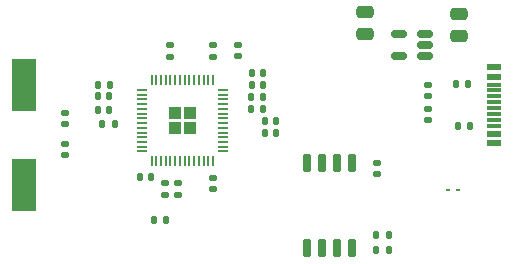
<source format=gbr>
%TF.GenerationSoftware,KiCad,Pcbnew,7.0.1*%
%TF.CreationDate,2023-04-17T02:54:27-04:00*%
%TF.ProjectId,DesktopSensorHub,4465736b-746f-4705-9365-6e736f724875,rev?*%
%TF.SameCoordinates,Original*%
%TF.FileFunction,Paste,Bot*%
%TF.FilePolarity,Positive*%
%FSLAX46Y46*%
G04 Gerber Fmt 4.6, Leading zero omitted, Abs format (unit mm)*
G04 Created by KiCad (PCBNEW 7.0.1) date 2023-04-17 02:54:27*
%MOMM*%
%LPD*%
G01*
G04 APERTURE LIST*
G04 Aperture macros list*
%AMRoundRect*
0 Rectangle with rounded corners*
0 $1 Rounding radius*
0 $2 $3 $4 $5 $6 $7 $8 $9 X,Y pos of 4 corners*
0 Add a 4 corners polygon primitive as box body*
4,1,4,$2,$3,$4,$5,$6,$7,$8,$9,$2,$3,0*
0 Add four circle primitives for the rounded corners*
1,1,$1+$1,$2,$3*
1,1,$1+$1,$4,$5*
1,1,$1+$1,$6,$7*
1,1,$1+$1,$8,$9*
0 Add four rect primitives between the rounded corners*
20,1,$1+$1,$2,$3,$4,$5,0*
20,1,$1+$1,$4,$5,$6,$7,0*
20,1,$1+$1,$6,$7,$8,$9,0*
20,1,$1+$1,$8,$9,$2,$3,0*%
G04 Aperture macros list end*
%ADD10RoundRect,0.250000X0.475000X-0.250000X0.475000X0.250000X-0.475000X0.250000X-0.475000X-0.250000X0*%
%ADD11RoundRect,0.140000X0.170000X-0.140000X0.170000X0.140000X-0.170000X0.140000X-0.170000X-0.140000X0*%
%ADD12RoundRect,0.140000X0.140000X0.170000X-0.140000X0.170000X-0.140000X-0.170000X0.140000X-0.170000X0*%
%ADD13R,2.000000X4.500000*%
%ADD14RoundRect,0.062500X0.117500X0.062500X-0.117500X0.062500X-0.117500X-0.062500X0.117500X-0.062500X0*%
%ADD15RoundRect,0.135000X-0.135000X-0.185000X0.135000X-0.185000X0.135000X0.185000X-0.135000X0.185000X0*%
%ADD16RoundRect,0.135000X0.135000X0.185000X-0.135000X0.185000X-0.135000X-0.185000X0.135000X-0.185000X0*%
%ADD17RoundRect,0.135000X0.185000X-0.135000X0.185000X0.135000X-0.185000X0.135000X-0.185000X-0.135000X0*%
%ADD18RoundRect,0.140000X-0.170000X0.140000X-0.170000X-0.140000X0.170000X-0.140000X0.170000X0.140000X0*%
%ADD19RoundRect,0.250000X0.292217X-0.292217X0.292217X0.292217X-0.292217X0.292217X-0.292217X-0.292217X0*%
%ADD20RoundRect,0.050000X0.050000X-0.387500X0.050000X0.387500X-0.050000X0.387500X-0.050000X-0.387500X0*%
%ADD21RoundRect,0.050000X0.387500X-0.050000X0.387500X0.050000X-0.387500X0.050000X-0.387500X-0.050000X0*%
%ADD22RoundRect,0.140000X-0.140000X-0.170000X0.140000X-0.170000X0.140000X0.170000X-0.140000X0.170000X0*%
%ADD23R,1.150000X0.600000*%
%ADD24R,1.150000X0.300000*%
%ADD25RoundRect,0.150000X0.150000X-0.650000X0.150000X0.650000X-0.150000X0.650000X-0.150000X-0.650000X0*%
%ADD26RoundRect,0.150000X0.512500X0.150000X-0.512500X0.150000X-0.512500X-0.150000X0.512500X-0.150000X0*%
G04 APERTURE END LIST*
D10*
%TO.C,C6*%
X136400000Y-68450000D03*
X136400000Y-66550000D03*
%TD*%
D11*
%TO.C,C19*%
X115600000Y-70200000D03*
X115600000Y-69240000D03*
%TD*%
D12*
%TO.C,C17*%
X110380000Y-80350000D03*
X109420000Y-80350000D03*
%TD*%
D13*
%TO.C,Y1*%
X99600000Y-81050000D03*
X99600000Y-72550000D03*
%TD*%
D14*
%TO.C,D1*%
X135530000Y-81500000D03*
X136370000Y-81500000D03*
%TD*%
D15*
%TO.C,R6*%
X105840000Y-72550000D03*
X106860000Y-72550000D03*
%TD*%
%TO.C,R7*%
X106240000Y-75900000D03*
X107260000Y-75900000D03*
%TD*%
D16*
%TO.C,R11*%
X137210000Y-72500000D03*
X136190000Y-72500000D03*
%TD*%
D11*
%TO.C,C9*%
X103050000Y-78530000D03*
X103050000Y-77570000D03*
%TD*%
D17*
%TO.C,R5*%
X111550000Y-81910000D03*
X111550000Y-80890000D03*
%TD*%
D18*
%TO.C,C8*%
X129500000Y-79190000D03*
X129500000Y-80150000D03*
%TD*%
D19*
%TO.C,U1*%
X112362500Y-76250000D03*
X113637500Y-76250000D03*
X112362500Y-74975000D03*
X113637500Y-74975000D03*
D20*
X115600000Y-79050000D03*
X115200000Y-79050000D03*
X114800000Y-79050000D03*
X114400000Y-79050000D03*
X114000000Y-79050000D03*
X113600000Y-79050000D03*
X113200000Y-79050000D03*
X112800000Y-79050000D03*
X112400000Y-79050000D03*
X112000000Y-79050000D03*
X111600000Y-79050000D03*
X111200000Y-79050000D03*
X110800000Y-79050000D03*
X110400000Y-79050000D03*
D21*
X109562500Y-78212500D03*
X109562500Y-77812500D03*
X109562500Y-77412500D03*
X109562500Y-77012500D03*
X109562500Y-76612500D03*
X109562500Y-76212500D03*
X109562500Y-75812500D03*
X109562500Y-75412500D03*
X109562500Y-75012500D03*
X109562500Y-74612500D03*
X109562500Y-74212500D03*
X109562500Y-73812500D03*
X109562500Y-73412500D03*
X109562500Y-73012500D03*
D20*
X110400000Y-72175000D03*
X110800000Y-72175000D03*
X111200000Y-72175000D03*
X111600000Y-72175000D03*
X112000000Y-72175000D03*
X112400000Y-72175000D03*
X112800000Y-72175000D03*
X113200000Y-72175000D03*
X113600000Y-72175000D03*
X114000000Y-72175000D03*
X114400000Y-72175000D03*
X114800000Y-72175000D03*
X115200000Y-72175000D03*
X115600000Y-72175000D03*
D21*
X116437500Y-73012500D03*
X116437500Y-73412500D03*
X116437500Y-73812500D03*
X116437500Y-74212500D03*
X116437500Y-74612500D03*
X116437500Y-75012500D03*
X116437500Y-75412500D03*
X116437500Y-75812500D03*
X116437500Y-76212500D03*
X116437500Y-76612500D03*
X116437500Y-77012500D03*
X116437500Y-77412500D03*
X116437500Y-77812500D03*
X116437500Y-78212500D03*
%TD*%
D15*
%TO.C,R1*%
X129440000Y-86600000D03*
X130460000Y-86600000D03*
%TD*%
D17*
%TO.C,R8*%
X112650000Y-81910000D03*
X112650000Y-80890000D03*
%TD*%
D16*
%TO.C,R12*%
X137365000Y-76050000D03*
X136345000Y-76050000D03*
%TD*%
D12*
%TO.C,C13*%
X106830000Y-73550000D03*
X105870000Y-73550000D03*
%TD*%
D16*
%TO.C,R2*%
X119860000Y-73600000D03*
X118840000Y-73600000D03*
%TD*%
D22*
%TO.C,C11*%
X118870000Y-72600000D03*
X119830000Y-72600000D03*
%TD*%
D11*
%TO.C,C1*%
X133800000Y-73530000D03*
X133800000Y-72570000D03*
%TD*%
D16*
%TO.C,R10*%
X130460000Y-85250000D03*
X129440000Y-85250000D03*
%TD*%
D23*
%TO.C,J1*%
X139420000Y-71100000D03*
X139420000Y-71900000D03*
D24*
X139420000Y-73050000D03*
X139420000Y-74050000D03*
X139420000Y-74550000D03*
X139420000Y-75550000D03*
D23*
X139420000Y-76700000D03*
X139420000Y-77500000D03*
X139420000Y-77500000D03*
X139420000Y-76700000D03*
D24*
X139420000Y-76050000D03*
X139420000Y-75050000D03*
X139420000Y-73550000D03*
X139420000Y-72550000D03*
D23*
X139420000Y-71900000D03*
X139420000Y-71100000D03*
%TD*%
D16*
%TO.C,R3*%
X119860000Y-74600000D03*
X118840000Y-74600000D03*
%TD*%
D11*
%TO.C,C20*%
X117700000Y-70150000D03*
X117700000Y-69190000D03*
%TD*%
D18*
%TO.C,C15*%
X115600000Y-80470000D03*
X115600000Y-81430000D03*
%TD*%
%TO.C,C2*%
X133800000Y-74620000D03*
X133800000Y-75580000D03*
%TD*%
D25*
%TO.C,U5*%
X127405000Y-86412500D03*
X126135000Y-86412500D03*
X124865000Y-86412500D03*
X123595000Y-86412500D03*
X123595000Y-79212500D03*
X124865000Y-79212500D03*
X126135000Y-79212500D03*
X127405000Y-79212500D03*
%TD*%
D22*
%TO.C,C12*%
X119970000Y-76612500D03*
X120930000Y-76612500D03*
%TD*%
D18*
%TO.C,C10*%
X103100000Y-74970000D03*
X103100000Y-75930000D03*
%TD*%
D22*
%TO.C,C14*%
X119970000Y-75612500D03*
X120930000Y-75612500D03*
%TD*%
D12*
%TO.C,C18*%
X106830000Y-74700000D03*
X105870000Y-74700000D03*
%TD*%
D26*
%TO.C,U3*%
X133587500Y-68250000D03*
X133587500Y-69200000D03*
X133587500Y-70150000D03*
X131312500Y-70150000D03*
X131312500Y-68250000D03*
%TD*%
D22*
%TO.C,C21*%
X118870000Y-71600000D03*
X119830000Y-71600000D03*
%TD*%
D11*
%TO.C,C16*%
X112000000Y-70180000D03*
X112000000Y-69220000D03*
%TD*%
D15*
%TO.C,R9*%
X110590000Y-84000000D03*
X111610000Y-84000000D03*
%TD*%
D10*
%TO.C,C7*%
X128500000Y-68300000D03*
X128500000Y-66400000D03*
%TD*%
M02*

</source>
